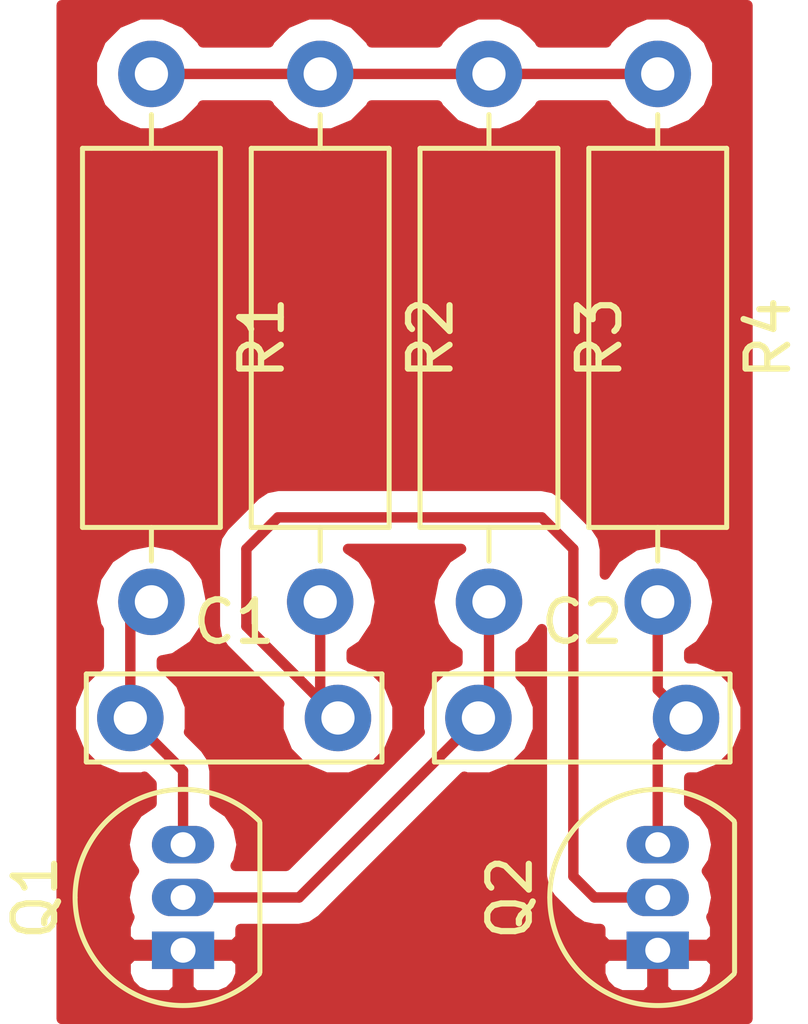
<source format=kicad_pcb>
(kicad_pcb (version 4) (host pcbnew 4.0.7-e2-6376~58~ubuntu16.04.1)

  (general
    (links 12)
    (no_connects 0)
    (area 125.767 93.472 145.597 118.166762)
    (thickness 1.6)
    (drawings 0)
    (tracks 27)
    (zones 0)
    (modules 8)
    (nets 7)
  )

  (page A4)
  (layers
    (0 F.Cu signal)
    (31 B.Cu signal)
    (32 B.Adhes user)
    (33 F.Adhes user)
    (34 B.Paste user)
    (35 F.Paste user)
    (36 B.SilkS user)
    (37 F.SilkS user)
    (38 B.Mask user)
    (39 F.Mask user)
    (40 Dwgs.User user)
    (41 Cmts.User user)
    (42 Eco1.User user)
    (43 Eco2.User user)
    (44 Edge.Cuts user)
    (45 Margin user)
    (46 B.CrtYd user)
    (47 F.CrtYd user)
    (48 B.Fab user)
    (49 F.Fab user)
  )

  (setup
    (last_trace_width 0.25)
    (trace_clearance 0.2)
    (zone_clearance 0.508)
    (zone_45_only no)
    (trace_min 0.2)
    (segment_width 0.2)
    (edge_width 0.15)
    (via_size 0.6)
    (via_drill 0.4)
    (via_min_size 0.4)
    (via_min_drill 0.3)
    (uvia_size 0.3)
    (uvia_drill 0.1)
    (uvias_allowed no)
    (uvia_min_size 0.2)
    (uvia_min_drill 0.1)
    (pcb_text_width 0.3)
    (pcb_text_size 1.5 1.5)
    (mod_edge_width 0.15)
    (mod_text_size 1 1)
    (mod_text_width 0.15)
    (pad_size 1.524 1.524)
    (pad_drill 0.762)
    (pad_to_mask_clearance 0.2)
    (aux_axis_origin 0 0)
    (visible_elements FFFFFF7F)
    (pcbplotparams
      (layerselection 0x00030_80000001)
      (usegerberextensions false)
      (excludeedgelayer true)
      (linewidth 0.100000)
      (plotframeref false)
      (viasonmask false)
      (mode 1)
      (useauxorigin false)
      (hpglpennumber 1)
      (hpglpenspeed 20)
      (hpglpendiameter 15)
      (hpglpenoverlay 2)
      (psnegative false)
      (psa4output false)
      (plotreference true)
      (plotvalue true)
      (plotinvisibletext false)
      (padsonsilk false)
      (subtractmaskfromsilk false)
      (outputformat 1)
      (mirror false)
      (drillshape 1)
      (scaleselection 1)
      (outputdirectory ""))
  )

  (net 0 "")
  (net 1 "Net-(C1-Pad1)")
  (net 2 "Net-(C1-Pad2)")
  (net 3 "Net-(C2-Pad1)")
  (net 4 "Net-(C2-Pad2)")
  (net 5 GND)
  (net 6 +5V)

  (net_class Default "Это класс цепей по умолчанию."
    (clearance 0.2)
    (trace_width 0.25)
    (via_dia 0.6)
    (via_drill 0.4)
    (uvia_dia 0.3)
    (uvia_drill 0.1)
    (add_net +5V)
    (add_net GND)
    (add_net "Net-(C1-Pad1)")
    (add_net "Net-(C1-Pad2)")
    (add_net "Net-(C2-Pad1)")
    (add_net "Net-(C2-Pad2)")
  )

  (module Resistors_THT:R_Axial_DIN0309_L9.0mm_D3.2mm_P12.70mm_Horizontal (layer F.Cu) (tedit 5874F706) (tstamp 5A7E9841)
    (at 129.54 95.25 270)
    (descr "Resistor, Axial_DIN0309 series, Axial, Horizontal, pin pitch=12.7mm, 0.5W = 1/2W, length*diameter=9*3.2mm^2, http://cdn-reichelt.de/documents/datenblatt/B400/1_4W%23YAG.pdf")
    (tags "Resistor Axial_DIN0309 series Axial Horizontal pin pitch 12.7mm 0.5W = 1/2W length 9mm diameter 3.2mm")
    (path /5A7E9685)
    (fp_text reference R1 (at 6.35 -2.66 270) (layer F.SilkS)
      (effects (font (size 1 1) (thickness 0.15)))
    )
    (fp_text value R (at 6.35 2.66 270) (layer F.Fab)
      (effects (font (size 1 1) (thickness 0.15)))
    )
    (fp_line (start 1.85 -1.6) (end 1.85 1.6) (layer F.Fab) (width 0.1))
    (fp_line (start 1.85 1.6) (end 10.85 1.6) (layer F.Fab) (width 0.1))
    (fp_line (start 10.85 1.6) (end 10.85 -1.6) (layer F.Fab) (width 0.1))
    (fp_line (start 10.85 -1.6) (end 1.85 -1.6) (layer F.Fab) (width 0.1))
    (fp_line (start 0 0) (end 1.85 0) (layer F.Fab) (width 0.1))
    (fp_line (start 12.7 0) (end 10.85 0) (layer F.Fab) (width 0.1))
    (fp_line (start 1.79 -1.66) (end 1.79 1.66) (layer F.SilkS) (width 0.12))
    (fp_line (start 1.79 1.66) (end 10.91 1.66) (layer F.SilkS) (width 0.12))
    (fp_line (start 10.91 1.66) (end 10.91 -1.66) (layer F.SilkS) (width 0.12))
    (fp_line (start 10.91 -1.66) (end 1.79 -1.66) (layer F.SilkS) (width 0.12))
    (fp_line (start 0.98 0) (end 1.79 0) (layer F.SilkS) (width 0.12))
    (fp_line (start 11.72 0) (end 10.91 0) (layer F.SilkS) (width 0.12))
    (fp_line (start -1.05 -1.95) (end -1.05 1.95) (layer F.CrtYd) (width 0.05))
    (fp_line (start -1.05 1.95) (end 13.75 1.95) (layer F.CrtYd) (width 0.05))
    (fp_line (start 13.75 1.95) (end 13.75 -1.95) (layer F.CrtYd) (width 0.05))
    (fp_line (start 13.75 -1.95) (end -1.05 -1.95) (layer F.CrtYd) (width 0.05))
    (pad 1 thru_hole circle (at 0 0 270) (size 1.6 1.6) (drill 0.8) (layers *.Cu *.Mask)
      (net 6 +5V))
    (pad 2 thru_hole oval (at 12.7 0 270) (size 1.6 1.6) (drill 0.8) (layers *.Cu *.Mask)
      (net 1 "Net-(C1-Pad1)"))
    (model ${KISYS3DMOD}/Resistors_THT.3dshapes/R_Axial_DIN0309_L9.0mm_D3.2mm_P12.70mm_Horizontal.wrl
      (at (xyz 0 0 0))
      (scale (xyz 0.393701 0.393701 0.393701))
      (rotate (xyz 0 0 0))
    )
  )

  (module Resistors_THT:R_Axial_DIN0309_L9.0mm_D3.2mm_P12.70mm_Horizontal (layer F.Cu) (tedit 5874F706) (tstamp 5A7E9847)
    (at 133.604 95.25 270)
    (descr "Resistor, Axial_DIN0309 series, Axial, Horizontal, pin pitch=12.7mm, 0.5W = 1/2W, length*diameter=9*3.2mm^2, http://cdn-reichelt.de/documents/datenblatt/B400/1_4W%23YAG.pdf")
    (tags "Resistor Axial_DIN0309 series Axial Horizontal pin pitch 12.7mm 0.5W = 1/2W length 9mm diameter 3.2mm")
    (path /5A7E970F)
    (fp_text reference R2 (at 6.35 -2.66 270) (layer F.SilkS)
      (effects (font (size 1 1) (thickness 0.15)))
    )
    (fp_text value R (at 6.35 2.66 270) (layer F.Fab)
      (effects (font (size 1 1) (thickness 0.15)))
    )
    (fp_line (start 1.85 -1.6) (end 1.85 1.6) (layer F.Fab) (width 0.1))
    (fp_line (start 1.85 1.6) (end 10.85 1.6) (layer F.Fab) (width 0.1))
    (fp_line (start 10.85 1.6) (end 10.85 -1.6) (layer F.Fab) (width 0.1))
    (fp_line (start 10.85 -1.6) (end 1.85 -1.6) (layer F.Fab) (width 0.1))
    (fp_line (start 0 0) (end 1.85 0) (layer F.Fab) (width 0.1))
    (fp_line (start 12.7 0) (end 10.85 0) (layer F.Fab) (width 0.1))
    (fp_line (start 1.79 -1.66) (end 1.79 1.66) (layer F.SilkS) (width 0.12))
    (fp_line (start 1.79 1.66) (end 10.91 1.66) (layer F.SilkS) (width 0.12))
    (fp_line (start 10.91 1.66) (end 10.91 -1.66) (layer F.SilkS) (width 0.12))
    (fp_line (start 10.91 -1.66) (end 1.79 -1.66) (layer F.SilkS) (width 0.12))
    (fp_line (start 0.98 0) (end 1.79 0) (layer F.SilkS) (width 0.12))
    (fp_line (start 11.72 0) (end 10.91 0) (layer F.SilkS) (width 0.12))
    (fp_line (start -1.05 -1.95) (end -1.05 1.95) (layer F.CrtYd) (width 0.05))
    (fp_line (start -1.05 1.95) (end 13.75 1.95) (layer F.CrtYd) (width 0.05))
    (fp_line (start 13.75 1.95) (end 13.75 -1.95) (layer F.CrtYd) (width 0.05))
    (fp_line (start 13.75 -1.95) (end -1.05 -1.95) (layer F.CrtYd) (width 0.05))
    (pad 1 thru_hole circle (at 0 0 270) (size 1.6 1.6) (drill 0.8) (layers *.Cu *.Mask)
      (net 6 +5V))
    (pad 2 thru_hole oval (at 12.7 0 270) (size 1.6 1.6) (drill 0.8) (layers *.Cu *.Mask)
      (net 2 "Net-(C1-Pad2)"))
    (model ${KISYS3DMOD}/Resistors_THT.3dshapes/R_Axial_DIN0309_L9.0mm_D3.2mm_P12.70mm_Horizontal.wrl
      (at (xyz 0 0 0))
      (scale (xyz 0.393701 0.393701 0.393701))
      (rotate (xyz 0 0 0))
    )
  )

  (module Resistors_THT:R_Axial_DIN0309_L9.0mm_D3.2mm_P12.70mm_Horizontal (layer F.Cu) (tedit 5874F706) (tstamp 5A7E984D)
    (at 137.668 95.25 270)
    (descr "Resistor, Axial_DIN0309 series, Axial, Horizontal, pin pitch=12.7mm, 0.5W = 1/2W, length*diameter=9*3.2mm^2, http://cdn-reichelt.de/documents/datenblatt/B400/1_4W%23YAG.pdf")
    (tags "Resistor Axial_DIN0309 series Axial Horizontal pin pitch 12.7mm 0.5W = 1/2W length 9mm diameter 3.2mm")
    (path /5A7E975B)
    (fp_text reference R3 (at 6.35 -2.66 270) (layer F.SilkS)
      (effects (font (size 1 1) (thickness 0.15)))
    )
    (fp_text value R (at 6.35 2.66 270) (layer F.Fab)
      (effects (font (size 1 1) (thickness 0.15)))
    )
    (fp_line (start 1.85 -1.6) (end 1.85 1.6) (layer F.Fab) (width 0.1))
    (fp_line (start 1.85 1.6) (end 10.85 1.6) (layer F.Fab) (width 0.1))
    (fp_line (start 10.85 1.6) (end 10.85 -1.6) (layer F.Fab) (width 0.1))
    (fp_line (start 10.85 -1.6) (end 1.85 -1.6) (layer F.Fab) (width 0.1))
    (fp_line (start 0 0) (end 1.85 0) (layer F.Fab) (width 0.1))
    (fp_line (start 12.7 0) (end 10.85 0) (layer F.Fab) (width 0.1))
    (fp_line (start 1.79 -1.66) (end 1.79 1.66) (layer F.SilkS) (width 0.12))
    (fp_line (start 1.79 1.66) (end 10.91 1.66) (layer F.SilkS) (width 0.12))
    (fp_line (start 10.91 1.66) (end 10.91 -1.66) (layer F.SilkS) (width 0.12))
    (fp_line (start 10.91 -1.66) (end 1.79 -1.66) (layer F.SilkS) (width 0.12))
    (fp_line (start 0.98 0) (end 1.79 0) (layer F.SilkS) (width 0.12))
    (fp_line (start 11.72 0) (end 10.91 0) (layer F.SilkS) (width 0.12))
    (fp_line (start -1.05 -1.95) (end -1.05 1.95) (layer F.CrtYd) (width 0.05))
    (fp_line (start -1.05 1.95) (end 13.75 1.95) (layer F.CrtYd) (width 0.05))
    (fp_line (start 13.75 1.95) (end 13.75 -1.95) (layer F.CrtYd) (width 0.05))
    (fp_line (start 13.75 -1.95) (end -1.05 -1.95) (layer F.CrtYd) (width 0.05))
    (pad 1 thru_hole circle (at 0 0 270) (size 1.6 1.6) (drill 0.8) (layers *.Cu *.Mask)
      (net 6 +5V))
    (pad 2 thru_hole oval (at 12.7 0 270) (size 1.6 1.6) (drill 0.8) (layers *.Cu *.Mask)
      (net 3 "Net-(C2-Pad1)"))
    (model ${KISYS3DMOD}/Resistors_THT.3dshapes/R_Axial_DIN0309_L9.0mm_D3.2mm_P12.70mm_Horizontal.wrl
      (at (xyz 0 0 0))
      (scale (xyz 0.393701 0.393701 0.393701))
      (rotate (xyz 0 0 0))
    )
  )

  (module Resistors_THT:R_Axial_DIN0309_L9.0mm_D3.2mm_P12.70mm_Horizontal (layer F.Cu) (tedit 5874F706) (tstamp 5A7E9853)
    (at 141.732 95.25 270)
    (descr "Resistor, Axial_DIN0309 series, Axial, Horizontal, pin pitch=12.7mm, 0.5W = 1/2W, length*diameter=9*3.2mm^2, http://cdn-reichelt.de/documents/datenblatt/B400/1_4W%23YAG.pdf")
    (tags "Resistor Axial_DIN0309 series Axial Horizontal pin pitch 12.7mm 0.5W = 1/2W length 9mm diameter 3.2mm")
    (path /5A7E978C)
    (fp_text reference R4 (at 6.35 -2.66 270) (layer F.SilkS)
      (effects (font (size 1 1) (thickness 0.15)))
    )
    (fp_text value R (at 6.35 2.66 270) (layer F.Fab)
      (effects (font (size 1 1) (thickness 0.15)))
    )
    (fp_line (start 1.85 -1.6) (end 1.85 1.6) (layer F.Fab) (width 0.1))
    (fp_line (start 1.85 1.6) (end 10.85 1.6) (layer F.Fab) (width 0.1))
    (fp_line (start 10.85 1.6) (end 10.85 -1.6) (layer F.Fab) (width 0.1))
    (fp_line (start 10.85 -1.6) (end 1.85 -1.6) (layer F.Fab) (width 0.1))
    (fp_line (start 0 0) (end 1.85 0) (layer F.Fab) (width 0.1))
    (fp_line (start 12.7 0) (end 10.85 0) (layer F.Fab) (width 0.1))
    (fp_line (start 1.79 -1.66) (end 1.79 1.66) (layer F.SilkS) (width 0.12))
    (fp_line (start 1.79 1.66) (end 10.91 1.66) (layer F.SilkS) (width 0.12))
    (fp_line (start 10.91 1.66) (end 10.91 -1.66) (layer F.SilkS) (width 0.12))
    (fp_line (start 10.91 -1.66) (end 1.79 -1.66) (layer F.SilkS) (width 0.12))
    (fp_line (start 0.98 0) (end 1.79 0) (layer F.SilkS) (width 0.12))
    (fp_line (start 11.72 0) (end 10.91 0) (layer F.SilkS) (width 0.12))
    (fp_line (start -1.05 -1.95) (end -1.05 1.95) (layer F.CrtYd) (width 0.05))
    (fp_line (start -1.05 1.95) (end 13.75 1.95) (layer F.CrtYd) (width 0.05))
    (fp_line (start 13.75 1.95) (end 13.75 -1.95) (layer F.CrtYd) (width 0.05))
    (fp_line (start 13.75 -1.95) (end -1.05 -1.95) (layer F.CrtYd) (width 0.05))
    (pad 1 thru_hole circle (at 0 0 270) (size 1.6 1.6) (drill 0.8) (layers *.Cu *.Mask)
      (net 6 +5V))
    (pad 2 thru_hole oval (at 12.7 0 270) (size 1.6 1.6) (drill 0.8) (layers *.Cu *.Mask)
      (net 4 "Net-(C2-Pad2)"))
    (model ${KISYS3DMOD}/Resistors_THT.3dshapes/R_Axial_DIN0309_L9.0mm_D3.2mm_P12.70mm_Horizontal.wrl
      (at (xyz 0 0 0))
      (scale (xyz 0.393701 0.393701 0.393701))
      (rotate (xyz 0 0 0))
    )
  )

  (module TO_SOT_Packages_THT:TO-92_Inline_Narrow_Oval (layer F.Cu) (tedit 58CE52AF) (tstamp 5A7E9948)
    (at 130.302 116.332 90)
    (descr "TO-92 leads in-line, narrow, oval pads, drill 0.6mm (see NXP sot054_po.pdf)")
    (tags "to-92 sc-43 sc-43a sot54 PA33 transistor")
    (path /5A7E92F0)
    (fp_text reference Q1 (at 1.27 -3.56 90) (layer F.SilkS)
      (effects (font (size 1 1) (thickness 0.15)))
    )
    (fp_text value 2N3904 (at 1.27 2.79 90) (layer F.Fab)
      (effects (font (size 1 1) (thickness 0.15)))
    )
    (fp_text user %R (at 1.27 -3.56 90) (layer F.Fab)
      (effects (font (size 1 1) (thickness 0.15)))
    )
    (fp_line (start -0.53 1.85) (end 3.07 1.85) (layer F.SilkS) (width 0.12))
    (fp_line (start -0.5 1.75) (end 3 1.75) (layer F.Fab) (width 0.1))
    (fp_line (start -1.46 -2.73) (end 4 -2.73) (layer F.CrtYd) (width 0.05))
    (fp_line (start -1.46 -2.73) (end -1.46 2.01) (layer F.CrtYd) (width 0.05))
    (fp_line (start 4 2.01) (end 4 -2.73) (layer F.CrtYd) (width 0.05))
    (fp_line (start 4 2.01) (end -1.46 2.01) (layer F.CrtYd) (width 0.05))
    (fp_arc (start 1.27 0) (end 1.27 -2.48) (angle 135) (layer F.Fab) (width 0.1))
    (fp_arc (start 1.27 0) (end 1.27 -2.6) (angle -135) (layer F.SilkS) (width 0.12))
    (fp_arc (start 1.27 0) (end 1.27 -2.48) (angle -135) (layer F.Fab) (width 0.1))
    (fp_arc (start 1.27 0) (end 1.27 -2.6) (angle 135) (layer F.SilkS) (width 0.12))
    (pad 2 thru_hole oval (at 1.27 0 270) (size 0.9 1.5) (drill 0.6) (layers *.Cu *.Mask)
      (net 3 "Net-(C2-Pad1)"))
    (pad 3 thru_hole oval (at 2.54 0 270) (size 0.9 1.5) (drill 0.6) (layers *.Cu *.Mask)
      (net 1 "Net-(C1-Pad1)"))
    (pad 1 thru_hole rect (at 0 0 270) (size 0.9 1.5) (drill 0.6) (layers *.Cu *.Mask)
      (net 5 GND))
    (model ${KISYS3DMOD}/TO_SOT_Packages_THT.3dshapes/TO-92_Inline_Narrow_Oval.wrl
      (at (xyz 0.05 0 0))
      (scale (xyz 1 1 1))
      (rotate (xyz 0 0 -90))
    )
  )

  (module TO_SOT_Packages_THT:TO-92_Inline_Narrow_Oval (layer F.Cu) (tedit 58CE52AF) (tstamp 5A7E994E)
    (at 141.732 116.332 90)
    (descr "TO-92 leads in-line, narrow, oval pads, drill 0.6mm (see NXP sot054_po.pdf)")
    (tags "to-92 sc-43 sc-43a sot54 PA33 transistor")
    (path /5A7E943A)
    (fp_text reference Q2 (at 1.27 -3.56 90) (layer F.SilkS)
      (effects (font (size 1 1) (thickness 0.15)))
    )
    (fp_text value 2N3904 (at 1.27 2.79 90) (layer F.Fab)
      (effects (font (size 1 1) (thickness 0.15)))
    )
    (fp_text user %R (at 1.27 -3.56 90) (layer F.Fab)
      (effects (font (size 1 1) (thickness 0.15)))
    )
    (fp_line (start -0.53 1.85) (end 3.07 1.85) (layer F.SilkS) (width 0.12))
    (fp_line (start -0.5 1.75) (end 3 1.75) (layer F.Fab) (width 0.1))
    (fp_line (start -1.46 -2.73) (end 4 -2.73) (layer F.CrtYd) (width 0.05))
    (fp_line (start -1.46 -2.73) (end -1.46 2.01) (layer F.CrtYd) (width 0.05))
    (fp_line (start 4 2.01) (end 4 -2.73) (layer F.CrtYd) (width 0.05))
    (fp_line (start 4 2.01) (end -1.46 2.01) (layer F.CrtYd) (width 0.05))
    (fp_arc (start 1.27 0) (end 1.27 -2.48) (angle 135) (layer F.Fab) (width 0.1))
    (fp_arc (start 1.27 0) (end 1.27 -2.6) (angle -135) (layer F.SilkS) (width 0.12))
    (fp_arc (start 1.27 0) (end 1.27 -2.48) (angle -135) (layer F.Fab) (width 0.1))
    (fp_arc (start 1.27 0) (end 1.27 -2.6) (angle 135) (layer F.SilkS) (width 0.12))
    (pad 2 thru_hole oval (at 1.27 0 270) (size 0.9 1.5) (drill 0.6) (layers *.Cu *.Mask)
      (net 2 "Net-(C1-Pad2)"))
    (pad 3 thru_hole oval (at 2.54 0 270) (size 0.9 1.5) (drill 0.6) (layers *.Cu *.Mask)
      (net 4 "Net-(C2-Pad2)"))
    (pad 1 thru_hole rect (at 0 0 270) (size 0.9 1.5) (drill 0.6) (layers *.Cu *.Mask)
      (net 5 GND))
    (model ${KISYS3DMOD}/TO_SOT_Packages_THT.3dshapes/TO-92_Inline_Narrow_Oval.wrl
      (at (xyz 0.05 0 0))
      (scale (xyz 1 1 1))
      (rotate (xyz 0 0 -90))
    )
  )

  (module Capacitors_THT:C_Rect_L7.0mm_W2.0mm_P5.00mm (layer F.Cu) (tedit 597BC7C2) (tstamp 5A7E9DD5)
    (at 129.032 110.744)
    (descr "C, Rect series, Radial, pin pitch=5.00mm, , length*width=7*2mm^2, Capacitor")
    (tags "C Rect series Radial pin pitch 5.00mm  length 7mm width 2mm Capacitor")
    (path /5A7E9587)
    (fp_text reference C1 (at 2.5 -2.31) (layer F.SilkS)
      (effects (font (size 1 1) (thickness 0.15)))
    )
    (fp_text value C (at 2.5 2.31) (layer F.Fab)
      (effects (font (size 1 1) (thickness 0.15)))
    )
    (fp_line (start -1 -1) (end -1 1) (layer F.Fab) (width 0.1))
    (fp_line (start -1 1) (end 6 1) (layer F.Fab) (width 0.1))
    (fp_line (start 6 1) (end 6 -1) (layer F.Fab) (width 0.1))
    (fp_line (start 6 -1) (end -1 -1) (layer F.Fab) (width 0.1))
    (fp_line (start -1.06 -1.06) (end 6.06 -1.06) (layer F.SilkS) (width 0.12))
    (fp_line (start -1.06 1.06) (end 6.06 1.06) (layer F.SilkS) (width 0.12))
    (fp_line (start -1.06 -1.06) (end -1.06 1.06) (layer F.SilkS) (width 0.12))
    (fp_line (start 6.06 -1.06) (end 6.06 1.06) (layer F.SilkS) (width 0.12))
    (fp_line (start -1.35 -1.35) (end -1.35 1.35) (layer F.CrtYd) (width 0.05))
    (fp_line (start -1.35 1.35) (end 6.35 1.35) (layer F.CrtYd) (width 0.05))
    (fp_line (start 6.35 1.35) (end 6.35 -1.35) (layer F.CrtYd) (width 0.05))
    (fp_line (start 6.35 -1.35) (end -1.35 -1.35) (layer F.CrtYd) (width 0.05))
    (fp_text user %R (at 2.5 0) (layer F.Fab)
      (effects (font (size 1 1) (thickness 0.15)))
    )
    (pad 1 thru_hole circle (at 0 0) (size 1.6 1.6) (drill 0.8) (layers *.Cu *.Mask)
      (net 1 "Net-(C1-Pad1)"))
    (pad 2 thru_hole circle (at 5 0) (size 1.6 1.6) (drill 0.8) (layers *.Cu *.Mask)
      (net 2 "Net-(C1-Pad2)"))
    (model ${KISYS3DMOD}/Capacitors_THT.3dshapes/C_Rect_L7.0mm_W2.0mm_P5.00mm.wrl
      (at (xyz 0 0 0))
      (scale (xyz 1 1 1))
      (rotate (xyz 0 0 0))
    )
  )

  (module Capacitors_THT:C_Rect_L7.0mm_W2.0mm_P5.00mm (layer F.Cu) (tedit 597BC7C2) (tstamp 5A7E9DDA)
    (at 137.414 110.744)
    (descr "C, Rect series, Radial, pin pitch=5.00mm, , length*width=7*2mm^2, Capacitor")
    (tags "C Rect series Radial pin pitch 5.00mm  length 7mm width 2mm Capacitor")
    (path /5A7E963F)
    (fp_text reference C2 (at 2.5 -2.31) (layer F.SilkS)
      (effects (font (size 1 1) (thickness 0.15)))
    )
    (fp_text value C (at 2.5 2.31) (layer F.Fab)
      (effects (font (size 1 1) (thickness 0.15)))
    )
    (fp_line (start -1 -1) (end -1 1) (layer F.Fab) (width 0.1))
    (fp_line (start -1 1) (end 6 1) (layer F.Fab) (width 0.1))
    (fp_line (start 6 1) (end 6 -1) (layer F.Fab) (width 0.1))
    (fp_line (start 6 -1) (end -1 -1) (layer F.Fab) (width 0.1))
    (fp_line (start -1.06 -1.06) (end 6.06 -1.06) (layer F.SilkS) (width 0.12))
    (fp_line (start -1.06 1.06) (end 6.06 1.06) (layer F.SilkS) (width 0.12))
    (fp_line (start -1.06 -1.06) (end -1.06 1.06) (layer F.SilkS) (width 0.12))
    (fp_line (start 6.06 -1.06) (end 6.06 1.06) (layer F.SilkS) (width 0.12))
    (fp_line (start -1.35 -1.35) (end -1.35 1.35) (layer F.CrtYd) (width 0.05))
    (fp_line (start -1.35 1.35) (end 6.35 1.35) (layer F.CrtYd) (width 0.05))
    (fp_line (start 6.35 1.35) (end 6.35 -1.35) (layer F.CrtYd) (width 0.05))
    (fp_line (start 6.35 -1.35) (end -1.35 -1.35) (layer F.CrtYd) (width 0.05))
    (fp_text user %R (at 2.5 0) (layer F.Fab)
      (effects (font (size 1 1) (thickness 0.15)))
    )
    (pad 1 thru_hole circle (at 0 0) (size 1.6 1.6) (drill 0.8) (layers *.Cu *.Mask)
      (net 3 "Net-(C2-Pad1)"))
    (pad 2 thru_hole circle (at 5 0) (size 1.6 1.6) (drill 0.8) (layers *.Cu *.Mask)
      (net 4 "Net-(C2-Pad2)"))
    (model ${KISYS3DMOD}/Capacitors_THT.3dshapes/C_Rect_L7.0mm_W2.0mm_P5.00mm.wrl
      (at (xyz 0 0 0))
      (scale (xyz 1 1 1))
      (rotate (xyz 0 0 0))
    )
  )

  (segment (start 129.032 110.744) (end 129.032 108.458) (width 0.25) (layer F.Cu) (net 1))
  (segment (start 129.032 108.458) (end 129.54 107.95) (width 0.25) (layer F.Cu) (net 1) (tstamp 5A7E9E3C))
  (segment (start 130.302 113.792) (end 130.302 112.014) (width 0.25) (layer F.Cu) (net 1))
  (segment (start 130.302 112.014) (end 129.032 110.744) (width 0.25) (layer F.Cu) (net 1) (tstamp 5A7E9E38))
  (segment (start 133.604 107.95) (end 133.604 110.316) (width 0.25) (layer F.Cu) (net 2))
  (segment (start 133.604 110.316) (end 134.032 110.744) (width 0.25) (layer F.Cu) (net 2) (tstamp 5A7E9E23))
  (segment (start 141.732 115.062) (end 140.208 115.062) (width 0.25) (layer F.Cu) (net 2))
  (segment (start 131.826 108.538) (end 134.032 110.744) (width 0.25) (layer F.Cu) (net 2) (tstamp 5A7E9E1E))
  (segment (start 131.826 106.68) (end 131.826 108.538) (width 0.25) (layer F.Cu) (net 2) (tstamp 5A7E9E17))
  (segment (start 132.588 105.918) (end 131.826 106.68) (width 0.25) (layer F.Cu) (net 2) (tstamp 5A7E9E11))
  (segment (start 138.938 105.918) (end 132.588 105.918) (width 0.25) (layer F.Cu) (net 2) (tstamp 5A7E9E0C))
  (segment (start 139.7 106.68) (end 138.938 105.918) (width 0.25) (layer F.Cu) (net 2) (tstamp 5A7E9E04))
  (segment (start 139.7 114.554) (end 139.7 106.68) (width 0.25) (layer F.Cu) (net 2) (tstamp 5A7E9DFE))
  (segment (start 140.208 115.062) (end 139.7 114.554) (width 0.25) (layer F.Cu) (net 2) (tstamp 5A7E9DFB))
  (segment (start 130.302 115.062) (end 133.096 115.062) (width 0.25) (layer F.Cu) (net 3))
  (segment (start 133.096 115.062) (end 137.414 110.744) (width 0.25) (layer F.Cu) (net 3) (tstamp 5A7E9E31))
  (segment (start 137.668 107.95) (end 137.668 110.49) (width 0.25) (layer F.Cu) (net 3))
  (segment (start 137.668 110.49) (end 137.414 110.744) (width 0.25) (layer F.Cu) (net 3) (tstamp 5A7E9E2D))
  (segment (start 141.732 113.792) (end 141.732 111.426) (width 0.25) (layer F.Cu) (net 4))
  (segment (start 141.732 111.426) (end 142.414 110.744) (width 0.25) (layer F.Cu) (net 4) (tstamp 5A7E9E5E))
  (segment (start 141.732 107.95) (end 141.732 110.062) (width 0.25) (layer F.Cu) (net 4))
  (segment (start 141.732 110.062) (end 142.414 110.744) (width 0.25) (layer F.Cu) (net 4) (tstamp 5A7E9E5B))
  (segment (start 141.692 107.99) (end 141.732 107.95) (width 0.25) (layer F.Cu) (net 4) (tstamp 5A7E9CE2))
  (segment (start 130.302 116.332) (end 141.732 116.332) (width 0.25) (layer F.Cu) (net 5))
  (segment (start 137.668 95.25) (end 141.732 95.25) (width 0.25) (layer F.Cu) (net 6))
  (segment (start 133.604 95.25) (end 137.668 95.25) (width 0.25) (layer F.Cu) (net 6))
  (segment (start 129.54 95.25) (end 133.604 95.25) (width 0.25) (layer F.Cu) (net 6))

  (zone (net 5) (net_name GND) (layer F.Cu) (tstamp 5A7EA239) (hatch none 0.508)
    (connect_pads (clearance 0.508))
    (min_thickness 0.254)
    (fill yes (arc_segments 16) (thermal_gap 0.508) (thermal_bridge_width 0.508))
    (polygon
      (pts
        (xy 144.018 118.11) (xy 127.254 118.11) (xy 127.254 93.472) (xy 144.018 93.472)
      )
    )
    (filled_polygon
      (pts
        (xy 143.891 117.983) (xy 127.381 117.983) (xy 127.381 116.61775) (xy 128.917 116.61775) (xy 128.917 116.908309)
        (xy 129.013673 117.141698) (xy 129.192301 117.320327) (xy 129.42569 117.417) (xy 130.01625 117.417) (xy 130.175 117.25825)
        (xy 130.175 116.459) (xy 130.429 116.459) (xy 130.429 117.25825) (xy 130.58775 117.417) (xy 131.17831 117.417)
        (xy 131.411699 117.320327) (xy 131.590327 117.141698) (xy 131.687 116.908309) (xy 131.687 116.61775) (xy 140.347 116.61775)
        (xy 140.347 116.908309) (xy 140.443673 117.141698) (xy 140.622301 117.320327) (xy 140.85569 117.417) (xy 141.44625 117.417)
        (xy 141.605 117.25825) (xy 141.605 116.459) (xy 141.859 116.459) (xy 141.859 117.25825) (xy 142.01775 117.417)
        (xy 142.60831 117.417) (xy 142.841699 117.320327) (xy 143.020327 117.141698) (xy 143.117 116.908309) (xy 143.117 116.61775)
        (xy 142.95825 116.459) (xy 141.859 116.459) (xy 141.605 116.459) (xy 140.50575 116.459) (xy 140.347 116.61775)
        (xy 131.687 116.61775) (xy 131.52825 116.459) (xy 130.429 116.459) (xy 130.175 116.459) (xy 129.07575 116.459)
        (xy 128.917 116.61775) (xy 127.381 116.61775) (xy 127.381 111.028187) (xy 127.596752 111.028187) (xy 127.814757 111.5558)
        (xy 128.218077 111.959824) (xy 128.745309 112.17875) (xy 129.316187 112.179248) (xy 129.370149 112.156951) (xy 129.542 112.328802)
        (xy 129.542 112.801387) (xy 129.207655 113.024789) (xy 128.972457 113.376788) (xy 128.889866 113.792) (xy 128.972457 114.207212)
        (xy 129.119315 114.427) (xy 128.972457 114.646788) (xy 128.889866 115.062) (xy 128.972457 115.477212) (xy 129.00943 115.532546)
        (xy 128.917 115.755691) (xy 128.917 116.04625) (xy 129.07575 116.205) (xy 130.175 116.205) (xy 130.175 116.185)
        (xy 130.429 116.185) (xy 130.429 116.205) (xy 131.52825 116.205) (xy 131.687 116.04625) (xy 131.687 115.822)
        (xy 133.096 115.822) (xy 133.386839 115.764148) (xy 133.633401 115.599401) (xy 137.075546 112.157256) (xy 137.127309 112.17875)
        (xy 137.698187 112.179248) (xy 138.2258 111.961243) (xy 138.629824 111.557923) (xy 138.84875 111.030691) (xy 138.849248 110.459813)
        (xy 138.631243 109.9322) (xy 138.428 109.728602) (xy 138.428 109.162995) (xy 138.682698 108.992811) (xy 138.94 108.607732)
        (xy 138.94 114.554) (xy 138.997852 114.844839) (xy 139.162599 115.091401) (xy 139.670599 115.599401) (xy 139.917161 115.764148)
        (xy 140.208 115.822) (xy 140.347 115.822) (xy 140.347 116.04625) (xy 140.50575 116.205) (xy 141.605 116.205)
        (xy 141.605 116.185) (xy 141.859 116.185) (xy 141.859 116.205) (xy 142.95825 116.205) (xy 143.117 116.04625)
        (xy 143.117 115.755691) (xy 143.02457 115.532546) (xy 143.061543 115.477212) (xy 143.144134 115.062) (xy 143.061543 114.646788)
        (xy 142.914685 114.427) (xy 143.061543 114.207212) (xy 143.144134 113.792) (xy 143.061543 113.376788) (xy 142.826345 113.024789)
        (xy 142.492 112.801387) (xy 142.492 112.179068) (xy 142.698187 112.179248) (xy 143.2258 111.961243) (xy 143.629824 111.557923)
        (xy 143.84875 111.030691) (xy 143.849248 110.459813) (xy 143.631243 109.9322) (xy 143.227923 109.528176) (xy 142.700691 109.30925)
        (xy 142.492 109.309068) (xy 142.492 109.162995) (xy 142.746698 108.992811) (xy 143.057767 108.527264) (xy 143.167 107.978113)
        (xy 143.167 107.921887) (xy 143.057767 107.372736) (xy 142.746698 106.907189) (xy 142.281151 106.59612) (xy 141.732 106.486887)
        (xy 141.182849 106.59612) (xy 140.717302 106.907189) (xy 140.46 107.292268) (xy 140.46 106.68) (xy 140.402148 106.389161)
        (xy 140.237401 106.142599) (xy 139.475401 105.380599) (xy 139.228839 105.215852) (xy 138.938 105.158) (xy 132.588 105.158)
        (xy 132.297161 105.215852) (xy 132.050599 105.380599) (xy 131.288599 106.142599) (xy 131.123852 106.389161) (xy 131.066 106.68)
        (xy 131.066 108.538) (xy 131.123852 108.828839) (xy 131.288599 109.075401) (xy 132.618744 110.405546) (xy 132.59725 110.457309)
        (xy 132.596752 111.028187) (xy 132.814757 111.5558) (xy 133.218077 111.959824) (xy 133.745309 112.17875) (xy 134.316187 112.179248)
        (xy 134.8438 111.961243) (xy 135.247824 111.557923) (xy 135.46675 111.030691) (xy 135.467248 110.459813) (xy 135.249243 109.9322)
        (xy 134.845923 109.528176) (xy 134.364 109.328064) (xy 134.364 109.162995) (xy 134.618698 108.992811) (xy 134.929767 108.527264)
        (xy 135.039 107.978113) (xy 135.039 107.921887) (xy 134.929767 107.372736) (xy 134.618698 106.907189) (xy 134.275693 106.678)
        (xy 136.996307 106.678) (xy 136.653302 106.907189) (xy 136.342233 107.372736) (xy 136.233 107.921887) (xy 136.233 107.978113)
        (xy 136.342233 108.527264) (xy 136.653302 108.992811) (xy 136.908 109.162995) (xy 136.908 109.400403) (xy 136.6022 109.526757)
        (xy 136.198176 109.930077) (xy 135.97925 110.457309) (xy 135.978752 111.028187) (xy 136.001049 111.082149) (xy 132.781198 114.302)
        (xy 131.568208 114.302) (xy 131.631543 114.207212) (xy 131.714134 113.792) (xy 131.631543 113.376788) (xy 131.396345 113.024789)
        (xy 131.062 112.801387) (xy 131.062 112.014) (xy 131.004148 111.723161) (xy 131.004148 111.72316) (xy 130.839401 111.476599)
        (xy 130.445256 111.082454) (xy 130.46675 111.030691) (xy 130.467248 110.459813) (xy 130.249243 109.9322) (xy 129.845923 109.528176)
        (xy 129.792 109.505785) (xy 129.792 109.362987) (xy 130.089151 109.30388) (xy 130.554698 108.992811) (xy 130.865767 108.527264)
        (xy 130.975 107.978113) (xy 130.975 107.921887) (xy 130.865767 107.372736) (xy 130.554698 106.907189) (xy 130.089151 106.59612)
        (xy 129.54 106.486887) (xy 128.990849 106.59612) (xy 128.525302 106.907189) (xy 128.214233 107.372736) (xy 128.105 107.921887)
        (xy 128.105 107.978113) (xy 128.214233 108.527264) (xy 128.272 108.613718) (xy 128.272 109.505354) (xy 128.2202 109.526757)
        (xy 127.816176 109.930077) (xy 127.59725 110.457309) (xy 127.596752 111.028187) (xy 127.381 111.028187) (xy 127.381 95.534187)
        (xy 128.104752 95.534187) (xy 128.322757 96.0618) (xy 128.726077 96.465824) (xy 129.253309 96.68475) (xy 129.824187 96.685248)
        (xy 130.3518 96.467243) (xy 130.755824 96.063923) (xy 130.778215 96.01) (xy 132.365354 96.01) (xy 132.386757 96.0618)
        (xy 132.790077 96.465824) (xy 133.317309 96.68475) (xy 133.888187 96.685248) (xy 134.4158 96.467243) (xy 134.819824 96.063923)
        (xy 134.842215 96.01) (xy 136.429354 96.01) (xy 136.450757 96.0618) (xy 136.854077 96.465824) (xy 137.381309 96.68475)
        (xy 137.952187 96.685248) (xy 138.4798 96.467243) (xy 138.883824 96.063923) (xy 138.906215 96.01) (xy 140.493354 96.01)
        (xy 140.514757 96.0618) (xy 140.918077 96.465824) (xy 141.445309 96.68475) (xy 142.016187 96.685248) (xy 142.5438 96.467243)
        (xy 142.947824 96.063923) (xy 143.16675 95.536691) (xy 143.167248 94.965813) (xy 142.949243 94.4382) (xy 142.545923 94.034176)
        (xy 142.018691 93.81525) (xy 141.447813 93.814752) (xy 140.9202 94.032757) (xy 140.516176 94.436077) (xy 140.493785 94.49)
        (xy 138.906646 94.49) (xy 138.885243 94.4382) (xy 138.481923 94.034176) (xy 137.954691 93.81525) (xy 137.383813 93.814752)
        (xy 136.8562 94.032757) (xy 136.452176 94.436077) (xy 136.429785 94.49) (xy 134.842646 94.49) (xy 134.821243 94.4382)
        (xy 134.417923 94.034176) (xy 133.890691 93.81525) (xy 133.319813 93.814752) (xy 132.7922 94.032757) (xy 132.388176 94.436077)
        (xy 132.365785 94.49) (xy 130.778646 94.49) (xy 130.757243 94.4382) (xy 130.353923 94.034176) (xy 129.826691 93.81525)
        (xy 129.255813 93.814752) (xy 128.7282 94.032757) (xy 128.324176 94.436077) (xy 128.10525 94.963309) (xy 128.104752 95.534187)
        (xy 127.381 95.534187) (xy 127.381 93.599) (xy 143.891 93.599)
      )
    )
  )
)

</source>
